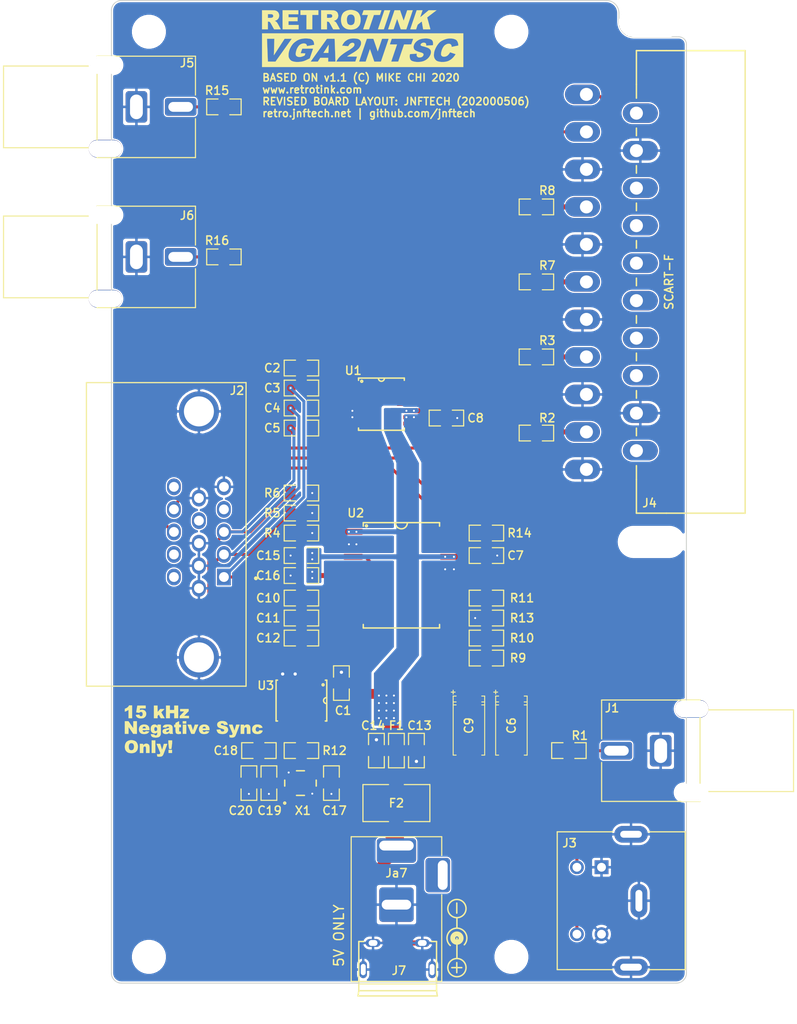
<source format=kicad_pcb>
(kicad_pcb (version 20171130) (host pcbnew "(5.1.5)-3")
  (layers (0 F.Cu signal) (31 B.Cu signal) (34 B.Paste user) (35 F.Paste user) (36 B.SilkS user) (37 F.SilkS user) (38 B.Mask user) (39 F.Mask user) (44 Edge.Cuts user))
  (net 0 "")
  (net 1 VCC)
  (net 2 GND)
  (net 3 "Net-(C2-Pad1)")
  (net 4 "Net-(C2-Pad2)")
  (net 5 /RIN)
  (net 6 "Net-(C3-Pad2)")
  (net 7 /GIN)
  (net 8 "Net-(C4-Pad2)")
  (net 9 /BIN)
  (net 10 "Net-(C5-Pad2)")
  (net 11 "Net-(C6-Pad1)")
  (net 12 /LUMA_OUT)
  (net 13 "Net-(C9-Pad1)")
  (net 14 /CHROMA_OUT)
  (net 15 "Net-(C10-Pad2)")
  (net 16 "Net-(C11-Pad2)")
  (net 17 "Net-(C12-Pad2)")
  (net 18 "Net-(C14-Pad1)")
  (net 19 "Net-(C17-Pad2)")
  (net 20 "Net-(C18-Pad1)")
  (net 21 "Net-(C18-Pad2)")
  (net 22 "Net-(F2-Pad2)")
  (net 23 /CVBS_OUT)
  (net 24 "Net-(J2-Pad15)")
  (net 25 /VS)
  (net 26 /HS)
  (net 27 "Net-(J2-Pad12)")
  (net 28 "Net-(J2-Pad11)")
  (net 29 "Net-(J2-Pad9)")
  (net 30 "Net-(J2-Pad4)")
  (net 31 "Net-(J4-Pad20)")
  (net 32 /CSYNC_OUT)
  (net 33 "Net-(J4-Pad16)")
  (net 34 /ROUT)
  (net 35 "Net-(J4-Pad14)")
  (net 36 "Net-(J4-Pad12)")
  (net 37 /GOUT)
  (net 38 "Net-(J4-Pad10)")
  (net 39 "Net-(J4-Pad8)")
  (net 40 /BOUT)
  (net 41 "Net-(J4-Pad6)")
  (net 42 "Net-(J4-Pad3)")
  (net 43 "Net-(J4-Pad2)")
  (net 44 "Net-(J4-Pad1)")
  (net 45 "Net-(J5-Pad2B)")
  (net 46 "Net-(J6-Pad2B)")
  (net 47 "Net-(J7-Pad2)")
  (net 48 "Net-(J7-Pad3)")
  (net 49 "Net-(Ja7-Pad3)")
  (net 50 "Net-(R1-Pad1)")
  (net 51 "Net-(R3-Pad1)")
  (net 52 "Net-(R7-Pad1)")
  (net 53 "Net-(R8-Pad1)")
  (net 54 "Net-(R9-Pad1)")
  (net 55 "Net-(R10-Pad1)")
  (net 56 "Net-(R11-Pad1)")
  (net 57 "Net-(U1-Pad8)")
  (net 58 "Net-(U1-Pad7)")
  (net 59 "Net-(U2-Pad12)")
  (net 60 /CLOCK)
  (module Symbols:Symbol_Barrel_Polarity (layer F.Cu) (at 164.719 118.872 270)
    (fp_text reference REF** hide)
    (fp_text value Symbol_Barrel_Polarity)
  )
  (module VGA2NTSC:Logo_15khzNegativeSyncOnly (layer F.Cu) (at 137.922 97.79)
    (fp_text reference G*** hide)
    (fp_text value LOGO hide)
  )
  (module VGA2NTSC:Logo_RetroTink_VGA2NTSC (layer F.Cu) (at 155.194 29.972)
    (fp_text reference G*** hide)
    (fp_text value LOGO hide)
  )
  (module VGA2NTSC:Connector_MicroUSB_Amp10118194-0001LF (layer F.Cu) (at 158.623 119.368)
    (fp_text reference J7 hide)
    (fp_text value "Micro USB" hide)
    (pad 7 thru_hole oval (at -2.5 0 90) (size 0.8 1.5) (drill oval 0.6 0.9) (layers *.Cu *.Mask) (net 2 GND))
    (pad 8 thru_hole oval (at 2.5 0 90) (size 0.8 1.5) (drill oval 0.6 0.9) (layers *.Cu *.Mask) (net 2 GND))
    (pad 6 thru_hole oval (at -3.5 2.7 180) (size 0.75 1.75) (drill oval 0.5 1.15) (layers *.Cu *.Mask) (net 2 GND))
    (pad 9 thru_hole oval (at 3.5 2.7 180) (size 0.75 1.75) (drill oval 0.5 1.15) (layers *.Cu *.Mask) (net 2 GND))
    (pad 5 smd rect (at 1.3 0 90) (size 1.5 0.4) (layers F.Cu F.Paste F.Mask) (net 2 GND))
    (pad 1 smd rect (at -1.3 0 90) (size 1.5 0.4) (layers F.Cu F.Paste F.Mask) (net 22 "Net-(F2-Pad2)"))
    (pad 2 smd rect (at -0.65 0 90) (size 1.5 0.4) (layers F.Cu F.Paste F.Mask) (net 47 "Net-(J7-Pad2)"))
    (pad 4 smd rect (at 0.65 0 90) (size 1.5 0.4) (layers F.Cu F.Paste F.Mask) (net 2 GND))
    (pad 3 smd rect (at 0 0 90) (size 1.5 0.4) (layers F.Cu F.Paste F.Mask) (net 48 "Net-(J7-Pad3)"))
  )
  (module VGA2NTSC:CUI_MD-40SM_VGA2NTSC (layer F.Cu) (at 187.834 115.075)
    (fp_text reference J3 hide)
    (fp_text value MD-40SM hide)
    (pad 4 thru_hole circle (at -11 3.4 270) (size 1.408 1.408) (drill 0.9) (layers *.Cu *.Mask) (net 14 /CHROMA_OUT))
    (pad 2 thru_hole circle (at -8.5 3.4 270) (size 1.408 1.408) (drill 0.9) (layers *.Cu *.Mask) (net 2 GND))
    (pad 1 thru_hole rect (at -8.5 -3.4 270) (size 1.408 1.408) (drill 0.9) (layers *.Cu *.Mask) (net 2 GND))
    (pad 3 thru_hole circle (at -11 -3.4 270) (size 1.408 1.408) (drill 0.9) (layers *.Cu *.Mask) (net 12 /LUMA_OUT))
    (pad MH3 thru_hole oval (at -5.5 6.75 270) (size 1.7 3.4) (drill oval 0.7 2.2) (layers *.Cu *.Mask) (net 2 GND))
    (pad MH2 thru_hole oval (at -4.7 0 270) (size 3.4 1.7) (drill oval 2.2 0.7) (layers *.Cu *.Mask) (net 2 GND))
    (pad MH1 thru_hole oval (at -5.5 -6.75 270) (size 1.7 3.4) (drill oval 0.7 2.2) (layers *.Cu *.Mask) (net 2 GND))
  )
  (module VGA2NTSC:AMPHENOL_L77HDE15SD1CH4F_Drill1SizeOval (layer F.Cu) (at 138.43 77.61001 270)
    (fp_text reference J2 hide)
    (fp_text value ~ hide)
    (pad 17 thru_hole oval (at 12.745 0 270) (size 4.066 4.066) (drill 3.05) (layers *.Cu *.Mask) (net 2 GND))
    (pad 16 thru_hole oval (at -12.245 0 270) (size 4.066 4.066) (drill 3.05) (layers *.Cu *.Mask) (net 2 GND))
    (pad 15 thru_hole oval (at -4.58 2.54 270) (size 1.7 1.4) (drill 1) (layers *.Cu *.Mask) (net 24 "Net-(J2-Pad15)"))
    (pad 14 thru_hole oval (at -2.29 2.54 270) (size 1.7 1.4) (drill 1) (layers *.Cu *.Mask) (net 25 /VS))
    (pad 13 thru_hole oval (at 0 2.54 270) (size 1.7 1.4) (drill 1) (layers *.Cu *.Mask) (net 26 /HS))
    (pad 12 thru_hole oval (at 2.29 2.54 270) (size 1.7 1.4) (drill 1) (layers *.Cu *.Mask) (net 27 "Net-(J2-Pad12)"))
    (pad 11 thru_hole oval (at 4.58 2.54 270) (size 1.7 1.4) (drill 1) (layers *.Cu *.Mask) (net 28 "Net-(J2-Pad11)"))
    (pad 10 thru_hole oval (at -3.435 0 270) (size 1.7 1.4) (drill 1) (layers *.Cu *.Mask) (net 2 GND))
    (pad 9 thru_hole oval (at -1.145 0 270) (size 1.7 1.4) (drill 1) (layers *.Cu *.Mask) (net 29 "Net-(J2-Pad9)"))
    (pad 8 thru_hole oval (at 1.145 0 270) (size 1.7 1.4) (drill 1) (layers *.Cu *.Mask) (net 2 GND))
    (pad 7 thru_hole oval (at 3.435 0 270) (size 1.7 1.4) (drill 1) (layers *.Cu *.Mask) (net 2 GND))
    (pad 6 thru_hole oval (at 5.725 0 270) (size 1.7 1.4) (drill 1) (layers *.Cu *.Mask) (net 2 GND))
    (pad 5 thru_hole oval (at -4.58 -2.54 270) (size 1.7 1.4) (drill 1) (layers *.Cu *.Mask) (net 2 GND))
    (pad 4 thru_hole oval (at -2.29 -2.54 270) (size 1.7 1.4) (drill 1) (layers *.Cu *.Mask) (net 30 "Net-(J2-Pad4)"))
    (pad 3 thru_hole oval (at 0 -2.54 270) (size 1.7 1.4) (drill 1) (layers *.Cu *.Mask) (net 9 /BIN))
    (pad 2 thru_hole oval (at 2.29 -2.54 270) (size 1.7 1.4) (drill 1) (layers *.Cu *.Mask) (net 7 /GIN))
    (pad 1 thru_hole rect (at 4.58 -2.54 270) (size 1.7 1.4) (drill 1) (layers *.Cu *.Mask) (net 5 /RIN))
  )
  (module VGA2NTSC:R_0805_1mm (layer F.Cu) (at 148.844 82.042)
    (fp_text reference C16 hide)
    (fp_text value 0.1uF hide)
    (pad 1 smd rect (at -1.1 0) (size 1 1.3) (layers F.Cu F.Paste F.Mask) (net 2 GND))
    (pad 2 smd rect (at 1.1 0) (size 1 1.3) (layers F.Cu F.Paste F.Mask) (net 1 VCC))
  )
  (module VGA2NTSC:CP_Tantalum_Case-C_EIA-6032-28_JFT (layer F.Cu) (at 165.862 97.282 270)
    (fp_text reference C9 hide)
    (fp_text value "Cap 100uF 1210" hide)
    (fp_text user %R (at 0 0 90) (layer F.SilkS) (effects (font (size 0.85 0.85))))
    (pad 1 smd roundrect (at -2.6 0 270) (size 3.1 2.5) (layers F.Cu F.Paste F.Mask) (roundrect_rratio 0.1) (net 13 "Net-(C9-Pad1)"))
    (pad 2 smd roundrect (at 2.6 0 270) (size 3.1 2.5) (layers F.Cu F.Paste F.Mask) (roundrect_rratio 0.1) (net 14 /CHROMA_OUT))
  )
  (module VGA2NTSC:CP_Tantalum_Case-C_EIA-6032-28_JFT (layer F.Cu) (at 170.18 97.282 270)
    (fp_text reference C6 hide)
    (fp_text value "Cap 100uF 1210" hide)
    (fp_text user %R (at 0 0 90) (layer F.SilkS) (effects (font (size 0.85 0.85))))
    (pad 1 smd roundrect (at -2.6 0 270) (size 3.1 2.5) (layers F.Cu F.Paste F.Mask) (roundrect_rratio 0.1) (net 11 "Net-(C6-Pad1)"))
    (pad 2 smd roundrect (at 2.6 0 270) (size 3.1 2.5) (layers F.Cu F.Paste F.Mask) (roundrect_rratio 0.1) (net 12 /LUMA_OUT))
  )
  (module VGA2NTSC:R_1812_1206-JFT (layer F.Cu) (at 158.496 105.156 180)
    (fp_text reference F2 hide)
    (fp_text value "PTC 500mA" hide)
    (pad 1 smd rect (at -2.24 0 180) (size 2 3.5) (layers F.Cu F.Paste F.Mask) (net 18 "Net-(C14-Pad1)"))
    (pad 2 smd rect (at 2.24 0 180) (size 2 3.5) (layers F.Cu F.Paste F.Mask) (net 22 "Net-(F2-Pad2)"))
  )
  (module VGA2NTSC:BARREL_JACK-JFT (layer F.Cu) (at 158.5 109.474 90)
    (fp_text reference Ja7 (at -2.794 0 180) (layer F.SilkS) (effects (font (size 0.85 0.85))))
    (fp_text value Barrel_Jack_Switch)
    (pad 3 thru_hole roundrect (at -3 4.7 90) (size 3.5 2.5) (drill oval 3 1 (offset 0 -0.5)) (layers *.Cu *.Mask) (roundrect_rratio 0.14) (net 49 "Net-(Ja7-Pad3)"))
    (pad 2 thru_hole roundrect (at -6 0 90) (size 3.5 3.5) (drill oval 1 3) (layers *.Cu *.Mask) (roundrect_rratio 0.1) (net 2 GND))
    (pad 1 thru_hole roundrect (at 0 0 90) (size 2.5 4) (drill oval 1 3.5 (offset -0.5 0)) (layers *.Cu *.Mask) (roundrect_rratio 0.14) (net 22 "Net-(F2-Pad2)"))
  )
  (module VGA2NTSC:Crystal_4SMD-NL_3.2mmx2.5mm_HandSolder (layer F.Cu) (at 148.748 103.124 270)
    (fp_text reference X1 hide)
    (fp_text value XTAL hide)
    (pad 3 smd roundrect (at -1.075 -1.2) (size 1.4 1.4) (layers F.Cu F.Mask) (roundrect_rratio 0.2) (net 19 "Net-(C17-Pad2)"))
    (pad 4 smd roundrect (at -1.075 1.2) (size 1.4 1.4) (layers F.Cu F.Mask) (roundrect_rratio 0.2) (net 2 GND))
    (pad 2 smd roundrect (at 1.075 -1.2) (size 1.4 1.4) (layers F.Cu F.Mask) (roundrect_rratio 0.2) (net 2 GND))
    (pad 1 smd rect (at 1.075 1.2) (size 1.4 1.4) (layers F.Cu F.Mask) (net 21 "Net-(C18-Pad2)"))
  )
  (module VGA2NTSC:RCJ-04x (layer F.Cu) (at 132.08 34.43 180)
    (fp_text reference J5 hide)
    (fp_text value "RCA White" hide)
    (pad 2B thru_hole roundrect (at -4.496 0 90) (size 1.8 3.2) (drill oval 1 2.5) (layers *.Cu *.Mask) (roundrect_rratio 0.15) (net 45 "Net-(J5-Pad2B)"))
    (pad 1A thru_hole roundrect (at 0 0 180) (size 2.2 3.2) (drill oval 1.3 2.5) (layers *.Cu *.Mask) (roundrect_rratio 0.15) (net 2 GND))
    (pad "" np_thru_hole oval (at 3.15 -4.25 180) (size 3.4 1.8) (drill oval 3.4 1.7) (layers *.Cu *.Mask))
    (pad "" np_thru_hole oval (at 3.15 4.25 180) (size 3.4 1.8) (drill oval 3.4 1.8) (layers *.Cu *.Mask))
  )
  (module VGA2NTSC:RCJ-04x (layer F.Cu) (at 132.08 49.67 180)
    (fp_text reference J6 hide)
    (fp_text value "RCA Red" hide)
    (pad 2B thru_hole roundrect (at -4.496 0 90) (size 1.8 3.2) (drill oval 1 2.5) (layers *.Cu *.Mask) (roundrect_rratio 0.15) (net 46 "Net-(J6-Pad2B)"))
    (pad 1A thru_hole roundrect (at 0 0 180) (size 2.2 3.2) (drill oval 1.3 2.5) (layers *.Cu *.Mask) (roundrect_rratio 0.15) (net 2 GND))
    (pad "" np_thru_hole oval (at 3.15 -4.25 180) (size 3.4 1.8) (drill oval 3.4 1.7) (layers *.Cu *.Mask))
    (pad "" np_thru_hole oval (at 3.15 4.25 180) (size 3.4 1.8) (drill oval 3.4 1.8) (layers *.Cu *.Mask))
  )
  (module VGA2NTSC:RCJ-04x (layer F.Cu) (at 185.344 99.835)
    (fp_text reference J1 hide)
    (fp_text value "RCA Yellow" hide)
    (pad 2B thru_hole roundrect (at -4.496 0 270) (size 1.8 3.2) (drill oval 1 2.5) (layers *.Cu *.Mask) (roundrect_rratio 0.15) (net 23 /CVBS_OUT))
    (pad 1A thru_hole roundrect (at 0 0) (size 2.2 3.2) (drill oval 1.3 2.5) (layers *.Cu *.Mask) (roundrect_rratio 0.15) (net 2 GND))
    (pad "" np_thru_hole oval (at 3.15 -4.25) (size 3.4 1.8) (drill oval 3.4 1.7) (layers *.Cu *.Mask))
    (pad "" np_thru_hole oval (at 3.15 4.25) (size 3.4 1.8) (drill oval 3.4 1.8) (layers *.Cu *.Mask))
  )
  (module VGA2NTSC:SCART-F-RA-Pin11centerNPTH (layer F.Cu) (at 177.8 52.21 90)
    (fp_text reference J4 hide)
    (fp_text value "SCART Female" hide)
    (fp_text user SCART-F (at 0 8.89 90) (layer F.SilkS) (effects (font (size 0.85 0.85)) (justify bottom)))
    (pad "" np_thru_hole oval (at -26.416 6.6 90) (size 3.0226 6.58) (drill oval 3.0226 6.58) (layers *.Cu *.Mask))
    (pad "" np_thru_hole oval (at 26.416 6.6 90) (size 3.0226 6.58) (drill oval 3.0226 6.58) (layers *.Cu *.Mask))
    (pad 21 thru_hole oval (at -19.05 0 180) (size 3.5624 1.9812) (drill 1.3208 (offset 0.4 0)) (layers *.Cu *.Mask) (net 2 GND))
    (pad 20 thru_hole oval (at -17.145 5.08 180) (size 3.5624 1.9812) (drill 1.3208 (offset -0.4 0)) (layers *.Cu *.Mask) (net 31 "Net-(J4-Pad20)"))
    (pad 19 thru_hole oval (at -15.24 0 180) (size 3.5624 1.9812) (drill 1.3208 (offset 0.4 0)) (layers *.Cu *.Mask) (net 32 /CSYNC_OUT))
    (pad 18 thru_hole oval (at -13.335 5.08 180) (size 3.5624 1.9812) (drill 1.3208 (offset -0.4 0)) (layers *.Cu *.Mask) (net 2 GND))
    (pad 17 thru_hole oval (at -11.43 0 180) (size 3.5624 1.9812) (drill 1.3208 (offset 0.4 0)) (layers *.Cu *.Mask) (net 2 GND))
    (pad 16 thru_hole oval (at -9.525 5.08 180) (size 3.5624 1.9812) (drill 1.3208 (offset -0.4 0)) (layers *.Cu *.Mask) (net 33 "Net-(J4-Pad16)"))
    (pad 15 thru_hole oval (at -7.62 0 180) (size 3.5624 1.9812) (drill 1.3208 (offset 0.4 0)) (layers *.Cu *.Mask) (net 34 /ROUT))
    (pad 14 thru_hole oval (at -5.715 5.08 180) (size 3.5624 1.9812) (drill 1.3208 (offset -0.4 0)) (layers *.Cu *.Mask) (net 35 "Net-(J4-Pad14)"))
    (pad 13 thru_hole oval (at -3.81 0 180) (size 3.5624 1.9812) (drill 1.3208 (offset 0.4 0)) (layers *.Cu *.Mask) (net 2 GND))
    (pad 12 thru_hole oval (at -1.905 5.08 180) (size 3.5624 1.9812) (drill 1.3208 (offset -0.4 0)) (layers *.Cu *.Mask) (net 36 "Net-(J4-Pad12)"))
    (pad 11 thru_hole oval (at 0 0 180) (size 3.5624 1.9812) (drill 1.3208 (offset 0.4 0)) (layers *.Cu *.Mask) (net 37 /GOUT))
    (pad 10 thru_hole oval (at 1.905 5.08 180) (size 3.5624 1.9812) (drill 1.3208 (offset -0.4 0)) (layers *.Cu *.Mask) (net 38 "Net-(J4-Pad10)"))
    (pad 9 thru_hole oval (at 3.81 0 180) (size 3.5624 1.9812) (drill 1.3208 (offset 0.4 0)) (layers *.Cu *.Mask) (net 2 GND))
    (pad 8 thru_hole oval (at 5.715 5.08 180) (size 3.5624 1.9812) (drill 1.3208 (offset -0.4 0)) (layers *.Cu *.Mask) (net 39 "Net-(J4-Pad8)"))
    (pad 7 thru_hole oval (at 7.62 0 180) (size 3.5624 1.9812) (drill 1.3208 (offset 0.4 0)) (layers *.Cu *.Mask) (net 40 /BOUT))
    (pad 6 thru_hole oval (at 9.525 5.08 180) (size 3.5624 1.9812) (drill 1.3208 (offset -0.4 0)) (layers *.Cu *.Mask) (net 41 "Net-(J4-Pad6)"))
    (pad 5 thru_hole oval (at 11.43 0 180) (size 3.5624 1.9812) (drill 1.3208 (offset 0.4 0)) (layers *.Cu *.Mask) (net 2 GND))
    (pad 4 thru_hole oval (at 13.335 5.08 180) (size 3.5624 1.9812) (drill 1.3208 (offset -0.4 0)) (layers *.Cu *.Mask) (net 2 GND))
    (pad 3 thru_hole oval (at 15.24 0 180) (size 3.5624 1.9812) (drill 1.3208 (offset 0.4 0)) (layers *.Cu *.Mask) (net 42 "Net-(J4-Pad3)"))
    (pad 2 thru_hole oval (at 17.145 5.08 180) (size 3.5624 1.9812) (drill 1.3208 (offset -0.4 0)) (layers *.Cu *.Mask) (net 43 "Net-(J4-Pad2)"))
    (pad 1 thru_hole oval (at 19.05 0 180) (size 3.5624 1.9812) (drill 1.3208 (offset 0.4 0)) (layers *.Cu *.Mask) (net 44 "Net-(J4-Pad1)"))
  )
  (module VGA2NTSC:MountingHole_3.2mm_M3_NPTH (layer F.Cu) (at 133.35 120.777)
    (fp_text reference REF** hide)
    (fp_text value MountingHole_3.2mm_M3_NPTH)
    (pad "" np_thru_hole circle (at 0 0) (size 3.2 3.2) (drill 3.2) (layers *.Cu *.Mask))
  )
  (module VGA2NTSC:MountingHole_3.2mm_M3_NPTH (layer F.Cu) (at 170.18 120.777)
    (fp_text reference REF** hide)
    (fp_text value MountingHole_3.2mm_M3_NPTH)
    (pad "" np_thru_hole circle (at 0 0) (size 3.2 3.2) (drill 3.2) (layers *.Cu *.Mask))
  )
  (module VGA2NTSC:MountingHole_3.2mm_M3_NPTH (layer F.Cu) (at 170.18 26.797)
    (fp_text reference REF** hide)
    (fp_text value MountingHole_3.2mm_M3_NPTH)
    (pad "" np_thru_hole circle (at 0 0) (size 3.2 3.2) (drill 3.2) (layers *.Cu *.Mask))
  )
  (module VGA2NTSC:MountingHole_3.2mm_M3_NPTH (layer F.Cu) (at 133.35 26.797)
    (fp_text reference REF** hide)
    (fp_text value MountingHole_3.2mm_M3_NPTH)
    (pad "" np_thru_hole circle (at 0 0) (size 3.2 3.2) (drill 3.2) (layers *.Cu *.Mask))
  )
  (module VGA2NTSC:R_0805_1mm (layer F.Cu) (at 148.844 80.01 180)
    (fp_text reference C15 hide)
    (fp_text value 10uF hide)
    (pad 1 smd rect (at -1.1 0 180) (size 1 1.3) (layers F.Cu F.Paste F.Mask) (net 1 VCC))
    (pad 2 smd rect (at 1.1 0 180) (size 1 1.3) (layers F.Cu F.Paste F.Mask) (net 2 GND))
  )
  (module VGA2NTSC:R_0805_1mm (layer F.Cu) (at 156.464 99.822 90)
    (fp_text reference C14 hide)
    (fp_text value "Cap 10uF 0603" hide)
    (pad 1 smd rect (at -1.1 0 90) (size 1 1.3) (layers F.Cu F.Paste F.Mask) (net 18 "Net-(C14-Pad1)"))
    (pad 2 smd rect (at 1.1 0 90) (size 1 1.3) (layers F.Cu F.Paste F.Mask) (net 2 GND))
  )
  (module VGA2NTSC:R_0805_1mm (layer F.Cu) (at 160.528 99.822 270)
    (fp_text reference C13 hide)
    (fp_text value "Cap 10uF 0603" hide)
    (pad 1 smd rect (at -1.1 0 270) (size 1 1.3) (layers F.Cu F.Paste F.Mask) (net 1 VCC))
    (pad 2 smd rect (at 1.1 0 270) (size 1 1.3) (layers F.Cu F.Paste F.Mask) (net 2 GND))
  )
  (module VGA2NTSC:R_0805_1mm (layer F.Cu) (at 143.51 103.124 90)
    (fp_text reference C20 hide)
    (fp_text value 47pF hide)
    (pad 1 smd rect (at -1.1 0 90) (size 1 1.3) (layers F.Cu F.Paste F.Mask) (net 2 GND))
    (pad 2 smd rect (at 1.1 0 90) (size 1 1.3) (layers F.Cu F.Paste F.Mask) (net 21 "Net-(C18-Pad2)"))
  )
  (module VGA2NTSC:R_0805_1mm (layer F.Cu) (at 145.542 103.124 90)
    (fp_text reference C19 hide)
    (fp_text value 47pF hide)
    (pad 1 smd rect (at -1.1 0 90) (size 1 1.3) (layers F.Cu F.Paste F.Mask) (net 2 GND))
    (pad 2 smd rect (at 1.1 0 90) (size 1 1.3) (layers F.Cu F.Paste F.Mask) (net 21 "Net-(C18-Pad2)"))
  )
  (module VGA2NTSC:R_0805_1mm (layer F.Cu) (at 144.526 99.822 180)
    (fp_text reference C18 hide)
    (fp_text value 47pF hide)
    (pad 1 smd rect (at -1.1 0 180) (size 1 1.3) (layers F.Cu F.Paste F.Mask) (net 20 "Net-(C18-Pad1)"))
    (pad 2 smd rect (at 1.1 0 180) (size 1 1.3) (layers F.Cu F.Paste F.Mask) (net 21 "Net-(C18-Pad2)"))
  )
  (module VGA2NTSC:R_0805_1mm (layer F.Cu) (at 151.892 103.124 90)
    (fp_text reference C17 hide)
    (fp_text value 18pF hide)
    (pad 1 smd rect (at -1.1 0 90) (size 1 1.3) (layers F.Cu F.Paste F.Mask) (net 2 GND))
    (pad 2 smd rect (at 1.1 0 90) (size 1 1.3) (layers F.Cu F.Paste F.Mask) (net 19 "Net-(C17-Pad2)"))
  )
  (module VGA2NTSC:R_0805_1mm (layer F.Cu) (at 158.496 99.822 270)
    (fp_text reference F1 hide)
    (fp_text value "Ferrite Bead" hide)
    (pad 1 smd rect (at -1.1 0 270) (size 1 1.3) (layers F.Cu F.Paste F.Mask) (net 1 VCC))
    (pad 2 smd rect (at 1.1 0 270) (size 1 1.3) (layers F.Cu F.Paste F.Mask) (net 18 "Net-(C14-Pad1)"))
  )
  (module VGA2NTSC:R_0805_1mm (layer F.Cu) (at 148.844 88.392)
    (fp_text reference C12 hide)
    (fp_text value 0.1uF hide)
    (pad 1 smd rect (at -1.1 0) (size 1 1.3) (layers F.Cu F.Paste F.Mask) (net 9 /BIN))
    (pad 2 smd rect (at 1.1 0) (size 1 1.3) (layers F.Cu F.Paste F.Mask) (net 17 "Net-(C12-Pad2)"))
  )
  (module VGA2NTSC:R_0805_1mm (layer F.Cu) (at 148.844 86.36)
    (fp_text reference C11 hide)
    (fp_text value 0.1uF hide)
    (pad 1 smd rect (at -1.1 0) (size 1 1.3) (layers F.Cu F.Paste F.Mask) (net 7 /GIN))
    (pad 2 smd rect (at 1.1 0) (size 1 1.3) (layers F.Cu F.Paste F.Mask) (net 16 "Net-(C11-Pad2)"))
  )
  (module VGA2NTSC:R_0805_1mm (layer F.Cu) (at 148.844 84.328)
    (fp_text reference C10 hide)
    (fp_text value 0.1uF hide)
    (pad 1 smd rect (at -1.1 0) (size 1 1.3) (layers F.Cu F.Paste F.Mask) (net 5 /RIN))
    (pad 2 smd rect (at 1.1 0) (size 1 1.3) (layers F.Cu F.Paste F.Mask) (net 15 "Net-(C10-Pad2)"))
  )
  (module VGA2NTSC:R_0805_1mm (layer F.Cu) (at 163.576 66.04 180)
    (fp_text reference C8 hide)
    (fp_text value 0.1uF hide)
    (pad 1 smd rect (at -1.1 0 180) (size 1 1.3) (layers F.Cu F.Paste F.Mask) (net 2 GND))
    (pad 2 smd rect (at 1.1 0 180) (size 1 1.3) (layers F.Cu F.Paste F.Mask) (net 1 VCC))
  )
  (module VGA2NTSC:R_0805_1mm (layer F.Cu) (at 167.64 80.01 180)
    (fp_text reference C7 hide)
    (fp_text value 0.1uF hide)
    (pad 1 smd rect (at -1.1 0 180) (size 1 1.3) (layers F.Cu F.Paste F.Mask) (net 2 GND))
    (pad 2 smd rect (at 1.1 0 180) (size 1 1.3) (layers F.Cu F.Paste F.Mask) (net 1 VCC))
  )
  (module VGA2NTSC:R_0805_1mm (layer F.Cu) (at 148.844 67.056)
    (fp_text reference C5 hide)
    (fp_text value 0.1uF hide)
    (pad 1 smd rect (at -1.1 0) (size 1 1.3) (layers F.Cu F.Paste F.Mask) (net 9 /BIN))
    (pad 2 smd rect (at 1.1 0) (size 1 1.3) (layers F.Cu F.Paste F.Mask) (net 10 "Net-(C5-Pad2)"))
  )
  (module VGA2NTSC:R_0805_1mm (layer F.Cu) (at 148.844 65.024)
    (fp_text reference C4 hide)
    (fp_text value 0.1uF hide)
    (pad 1 smd rect (at -1.1 0) (size 1 1.3) (layers F.Cu F.Paste F.Mask) (net 7 /GIN))
    (pad 2 smd rect (at 1.1 0) (size 1 1.3) (layers F.Cu F.Paste F.Mask) (net 8 "Net-(C4-Pad2)"))
  )
  (module VGA2NTSC:R_0805_1mm (layer F.Cu) (at 148.844 62.992)
    (fp_text reference C3 hide)
    (fp_text value 0.1uF hide)
    (pad 1 smd rect (at -1.1 0) (size 1 1.3) (layers F.Cu F.Paste F.Mask) (net 5 /RIN))
    (pad 2 smd rect (at 1.1 0) (size 1 1.3) (layers F.Cu F.Paste F.Mask) (net 6 "Net-(C3-Pad2)"))
  )
  (module VGA2NTSC:R_0805_1mm (layer F.Cu) (at 148.844 60.96)
    (fp_text reference C2 hide)
    (fp_text value 0.1uF hide)
    (pad 1 smd rect (at -1.1 0) (size 1 1.3) (layers F.Cu F.Paste F.Mask) (net 3 "Net-(C2-Pad1)"))
    (pad 2 smd rect (at 1.1 0) (size 1 1.3) (layers F.Cu F.Paste F.Mask) (net 4 "Net-(C2-Pad2)"))
  )
  (module VGA2NTSC:R_0805_1mm (layer F.Cu) (at 152.908 92.964 270)
    (fp_text reference C1 hide)
    (fp_text value 0.1uF hide)
    (pad 1 smd rect (at -1.1 0 270) (size 1 1.3) (layers F.Cu F.Paste F.Mask) (net 2 GND))
    (pad 2 smd rect (at 1.1 0 270) (size 1 1.3) (layers F.Cu F.Paste F.Mask) (net 1 VCC))
  )
  (module VGA2NTSC:R_0805_1mm (layer F.Cu) (at 167.64 77.724 180)
    (fp_text reference R14 hide)
    (fp_text value 4.7k hide)
    (pad 1 smd rect (at -1.1 0 180) (size 1 1.3) (layers F.Cu F.Paste F.Mask) (net 1 VCC))
    (pad 2 smd rect (at 1.1 0 180) (size 1 1.3) (layers F.Cu F.Paste F.Mask) (net 25 /VS))
  )
  (module VGA2NTSC:R_0805_1mm (layer F.Cu) (at 167.64 86.36 180)
    (fp_text reference R13 hide)
    (fp_text value "Res 1k 0402" hide)
    (pad 1 smd rect (at -1.1 0 180) (size 1 1.3) (layers F.Cu F.Paste F.Mask) (net 3 "Net-(C2-Pad1)"))
    (pad 2 smd rect (at 1.1 0 180) (size 1 1.3) (layers F.Cu F.Paste F.Mask) (net 2 GND))
  )
  (module VGA2NTSC:R_0805_1mm (layer F.Cu) (at 148.844 99.822 180)
    (fp_text reference R12 hide)
    (fp_text value "Res 1M 0402" hide)
    (pad 1 smd rect (at -1.1 0 180) (size 1 1.3) (layers F.Cu F.Paste F.Mask) (net 19 "Net-(C17-Pad2)"))
    (pad 2 smd rect (at 1.1 0 180) (size 1 1.3) (layers F.Cu F.Paste F.Mask) (net 20 "Net-(C18-Pad1)"))
  )
  (module VGA2NTSC:R_0805_1mm (layer F.Cu) (at 167.64 84.328)
    (fp_text reference R11 hide)
    (fp_text value "Res 1k 0402" hide)
    (pad 1 smd rect (at -1.1 0) (size 1 1.3) (layers F.Cu F.Paste F.Mask) (net 56 "Net-(R11-Pad1)"))
    (pad 2 smd rect (at 1.1 0) (size 1 1.3) (layers F.Cu F.Paste F.Mask) (net 3 "Net-(C2-Pad1)"))
  )
  (module VGA2NTSC:R_0805_1mm (layer F.Cu) (at 167.64 88.392)
    (fp_text reference R10 hide)
    (fp_text value 75 hide)
    (pad 1 smd rect (at -1.1 0) (size 1 1.3) (layers F.Cu F.Paste F.Mask) (net 55 "Net-(R10-Pad1)"))
    (pad 2 smd rect (at 1.1 0) (size 1 1.3) (layers F.Cu F.Paste F.Mask) (net 13 "Net-(C9-Pad1)"))
  )
  (module VGA2NTSC:R_0805_1mm (layer F.Cu) (at 167.64 90.424)
    (fp_text reference R9 hide)
    (fp_text value 75 hide)
    (pad 1 smd rect (at -1.1 0) (size 1 1.3) (layers F.Cu F.Paste F.Mask) (net 54 "Net-(R9-Pad1)"))
    (pad 2 smd rect (at 1.1 0) (size 1 1.3) (layers F.Cu F.Paste F.Mask) (net 11 "Net-(C6-Pad1)"))
  )
  (module VGA2NTSC:R_0805_1mm (layer F.Cu) (at 172.72 44.59)
    (fp_text reference R8 hide)
    (fp_text value 75 hide)
    (pad 1 smd rect (at -1.1 0) (size 1 1.3) (layers F.Cu F.Paste F.Mask) (net 53 "Net-(R8-Pad1)"))
    (pad 2 smd rect (at 1.1 0) (size 1 1.3) (layers F.Cu F.Paste F.Mask) (net 40 /BOUT))
  )
  (module VGA2NTSC:R_0805_1mm (layer F.Cu) (at 172.72 52.21)
    (fp_text reference R7 hide)
    (fp_text value 75 hide)
    (pad 1 smd rect (at -1.1 0) (size 1 1.3) (layers F.Cu F.Paste F.Mask) (net 52 "Net-(R7-Pad1)"))
    (pad 2 smd rect (at 1.1 0) (size 1 1.3) (layers F.Cu F.Paste F.Mask) (net 37 /GOUT))
  )
  (module VGA2NTSC:R_0805_1mm (layer F.Cu) (at 148.844 73.66)
    (fp_text reference R6 hide)
    (fp_text value 75 hide)
    (pad 1 smd rect (at -1.1 0) (size 1 1.3) (layers F.Cu F.Paste F.Mask) (net 9 /BIN))
    (pad 2 smd rect (at 1.1 0) (size 1 1.3) (layers F.Cu F.Paste F.Mask) (net 2 GND))
  )
  (module VGA2NTSC:R_0805_1mm (layer F.Cu) (at 148.844 75.692)
    (fp_text reference R5 hide)
    (fp_text value 75 hide)
    (pad 1 smd rect (at -1.1 0) (size 1 1.3) (layers F.Cu F.Paste F.Mask) (net 7 /GIN))
    (pad 2 smd rect (at 1.1 0) (size 1 1.3) (layers F.Cu F.Paste F.Mask) (net 2 GND))
  )
  (module VGA2NTSC:R_0805_1mm (layer F.Cu) (at 140.97 49.67 180)
    (fp_text reference R16 hide)
    (fp_text value 49.9 hide)
    (pad 1 smd rect (at -1.1 0 180) (size 1 1.3) (layers F.Cu F.Paste F.Mask) (net 44 "Net-(J4-Pad1)"))
    (pad 2 smd rect (at 1.1 0 180) (size 1 1.3) (layers F.Cu F.Paste F.Mask) (net 46 "Net-(J6-Pad2B)"))
  )
  (module VGA2NTSC:R_0805_1mm (layer F.Cu) (at 140.97 34.43 180)
    (fp_text reference R15 hide)
    (fp_text value 49.9 hide)
    (pad 1 smd rect (at -1.1 0 180) (size 1 1.3) (layers F.Cu F.Paste F.Mask) (net 42 "Net-(J4-Pad3)"))
    (pad 2 smd rect (at 1.1 0 180) (size 1 1.3) (layers F.Cu F.Paste F.Mask) (net 45 "Net-(J5-Pad2B)"))
  )
  (module VGA2NTSC:R_0805_1mm (layer F.Cu) (at 148.844 77.724)
    (fp_text reference R4 hide)
    (fp_text value 75 hide)
    (pad 1 smd rect (at -1.1 0) (size 1 1.3) (layers F.Cu F.Paste F.Mask) (net 5 /RIN))
    (pad 2 smd rect (at 1.1 0) (size 1 1.3) (layers F.Cu F.Paste F.Mask) (net 2 GND))
  )
  (module VGA2NTSC:R_0805_1mm (layer F.Cu) (at 172.72 59.83)
    (fp_text reference R3 hide)
    (fp_text value 75 hide)
    (pad 1 smd rect (at -1.1 0) (size 1 1.3) (layers F.Cu F.Paste F.Mask) (net 51 "Net-(R3-Pad1)"))
    (pad 2 smd rect (at 1.1 0) (size 1 1.3) (layers F.Cu F.Paste F.Mask) (net 34 /ROUT))
  )
  (module VGA2NTSC:R_0805_1mm (layer F.Cu) (at 172.72 67.564)
    (fp_text reference R2 hide)
    (fp_text value 75 hide)
    (pad 1 smd rect (at -1.1 0) (size 1 1.3) (layers F.Cu F.Paste F.Mask) (net 50 "Net-(R1-Pad1)"))
    (pad 2 smd rect (at 1.1 0) (size 1 1.3) (layers F.Cu F.Paste F.Mask) (net 32 /CSYNC_OUT))
  )
  (module VGA2NTSC:R_0805_1mm (layer F.Cu) (at 176.022 99.822)
    (fp_text reference R1 hide)
    (fp_text value 75 hide)
    (pad 1 smd rect (at -1.1 0) (size 1 1.3) (layers F.Cu F.Paste F.Mask) (net 50 "Net-(R1-Pad1)"))
    (pad 2 smd rect (at 1.1 0) (size 1 1.3) (layers F.Cu F.Paste F.Mask) (net 23 /CVBS_OUT))
  )
  (module VGA2NTSC:TSSOP-14_4.4x5mm_Pitch0.65mm-JFT (layer F.Cu) (at 156.972 64.656)
    (fp_text reference U1 hide)
    (fp_text value "Video Buffer")
    (pad 1 smd roundrect (at -2.95 -1.95) (size 1.45 0.45) (layers F.Cu F.Paste F.Mask) (roundrect_rratio 0.2) (net 4 "Net-(C2-Pad2)"))
    (pad 2 smd roundrect (at -2.95 -1.3) (size 1.45 0.45) (layers F.Cu F.Paste F.Mask) (roundrect_rratio 0.2) (net 6 "Net-(C3-Pad2)"))
    (pad 3 smd roundrect (at -2.95 -0.65) (size 1.45 0.45) (layers F.Cu F.Paste F.Mask) (roundrect_rratio 0.2) (net 8 "Net-(C4-Pad2)"))
    (pad 4 smd roundrect (at -2.95 0) (size 1.45 0.45) (layers F.Cu F.Paste F.Mask) (roundrect_rratio 0.2) (net 10 "Net-(C5-Pad2)"))
    (pad 5 smd roundrect (at -2.95 0.65) (size 1.45 0.45) (layers F.Cu F.Paste F.Mask) (roundrect_rratio 0.2) (net 2 GND))
    (pad 6 smd roundrect (at -2.95 1.3) (size 1.45 0.45) (layers F.Cu F.Paste F.Mask) (roundrect_rratio 0.2) (net 2 GND))
    (pad 7 smd roundrect (at -2.95 1.95) (size 1.45 0.45) (layers F.Cu F.Paste F.Mask) (roundrect_rratio 0.2) (net 58 "Net-(U1-Pad7)"))
    (pad 8 smd roundrect (at 2.95 1.95) (size 1.45 0.45) (layers F.Cu F.Paste F.Mask) (roundrect_rratio 0.2) (net 57 "Net-(U1-Pad8)"))
    (pad 9 smd roundrect (at 2.95 1.3) (size 1.45 0.45) (layers F.Cu F.Paste F.Mask) (roundrect_rratio 0.2) (net 2 GND))
    (pad 10 smd roundrect (at 2.95 0.65) (size 1.45 0.45) (layers F.Cu F.Paste F.Mask) (roundrect_rratio 0.2) (net 1 VCC))
    (pad 11 smd roundrect (at 2.95 0) (size 1.45 0.45) (layers F.Cu F.Paste F.Mask) (roundrect_rratio 0.2) (net 53 "Net-(R8-Pad1)"))
    (pad 12 smd roundrect (at 2.95 -0.65) (size 1.45 0.45) (layers F.Cu F.Paste F.Mask) (roundrect_rratio 0.2) (net 52 "Net-(R7-Pad1)"))
    (pad 13 smd roundrect (at 2.95 -1.3) (size 1.45 0.45) (layers F.Cu F.Paste F.Mask) (roundrect_rratio 0.2) (net 51 "Net-(R3-Pad1)"))
    (pad 14 smd roundrect (at 2.95 -1.95) (size 1.45 0.45) (layers F.Cu F.Paste F.Mask) (roundrect_rratio 0.2) (net 50 "Net-(R1-Pad1)"))
  )
  (module VGA2NTSC:SOIC-16W_7.5x10.3mm_Pitch1.27mm_HS (layer F.Cu) (at 159.004 82.042)
    (fp_text reference U2 hide)
    (fp_text value Encoder)
    (pad 16 smd roundrect (at 4.9 -4.445) (size 2 0.6) (layers F.Cu F.Paste F.Mask) (roundrect_rratio 0.2) (net 26 /HS))
    (pad 15 smd roundrect (at 4.9 -3.175) (size 2 0.6) (layers F.Cu F.Paste F.Mask) (roundrect_rratio 0.2) (net 25 /VS))
    (pad 14 smd roundrect (at 4.9 -1.905) (size 2 0.6) (layers F.Cu F.Paste F.Mask) (roundrect_rratio 0.2) (net 1 VCC))
    (pad 13 smd roundrect (at 4.9 -0.635) (size 2 0.6) (layers F.Cu F.Paste F.Mask) (roundrect_rratio 0.2) (net 2 GND))
    (pad 12 smd roundrect (at 4.9 0.635) (size 2 0.6) (layers F.Cu F.Paste F.Mask) (roundrect_rratio 0.2) (net 59 "Net-(U2-Pad12)"))
    (pad 11 smd roundrect (at 4.9 1.905) (size 2 0.6) (layers F.Cu F.Paste F.Mask) (roundrect_rratio 0.2) (net 54 "Net-(R9-Pad1)"))
    (pad 10 smd roundrect (at 4.9 3.175) (size 2 0.6) (layers F.Cu F.Paste F.Mask) (roundrect_rratio 0.2) (net 56 "Net-(R11-Pad1)"))
    (pad 9 smd roundrect (at 4.9 4.445) (size 2 0.6) (layers F.Cu F.Paste F.Mask) (roundrect_rratio 0.2) (net 55 "Net-(R10-Pad1)"))
    (pad 8 smd roundrect (at -4.9 4.445) (size 2 0.6) (layers F.Cu F.Paste F.Mask) (roundrect_rratio 0.2) (net 17 "Net-(C12-Pad2)"))
    (pad 7 smd roundrect (at -4.9 3.175) (size 2 0.6) (layers F.Cu F.Paste F.Mask) (roundrect_rratio 0.2) (net 16 "Net-(C11-Pad2)"))
    (pad 6 smd roundrect (at -4.9 1.905) (size 2 0.6) (layers F.Cu F.Paste F.Mask) (roundrect_rratio 0.2) (net 15 "Net-(C10-Pad2)"))
    (pad 5 smd roundrect (at -4.9 0.635) (size 2 0.6) (layers F.Cu F.Paste F.Mask) (roundrect_rratio 0.2) (net 1 VCC))
    (pad 4 smd roundrect (at -4.9 -0.635) (size 2 0.6) (layers F.Cu F.Paste F.Mask) (roundrect_rratio 0.2) (net 1 VCC))
    (pad 3 smd roundrect (at -4.9 -1.905) (size 2 0.6) (layers F.Cu F.Paste F.Mask) (roundrect_rratio 0.2) (net 60 /CLOCK))
    (pad 2 smd roundrect (at -4.9 -3.175) (size 2 0.6) (layers F.Cu F.Paste F.Mask) (roundrect_rratio 0.2) (net 2 GND))
    (pad 1 smd roundrect (at -4.9 -4.445) (size 2 0.6) (layers F.Cu F.Paste F.Mask) (roundrect_rratio 0.2) (net 1 VCC))
  )
  (module VGA2NTSC:SOIC-8_3.9x4.9mm_Pitch1.27mm-JFT (layer F.Cu) (at 148.844 94.742 270)
    (fp_text reference U3 hide)
    (fp_text value OSC/DIV)
    (pad 8 smd roundrect (at 2.7 -1.905 270) (size 1.55 0.6) (layers F.Cu F.Paste F.Mask) (roundrect_rratio 0.2) (net 1 VCC))
    (pad 7 smd roundrect (at 2.7 -0.635 270) (size 1.55 0.6) (layers F.Cu F.Paste F.Mask) (roundrect_rratio 0.2) (net 19 "Net-(C17-Pad2)"))
    (pad 6 smd roundrect (at 2.7 0.635 270) (size 1.55 0.6) (layers F.Cu F.Paste F.Mask) (roundrect_rratio 0.2) (net 20 "Net-(C18-Pad1)"))
    (pad 5 smd roundrect (at 2.7 1.905 270) (size 1.55 0.6) (layers F.Cu F.Paste F.Mask) (roundrect_rratio 0.2) (net 1 VCC))
    (pad 4 smd roundrect (at -2.7 1.905 270) (size 1.55 0.6) (layers F.Cu F.Paste F.Mask) (roundrect_rratio 0.2) (net 2 GND))
    (pad 3 smd roundrect (at -2.7 0.635 270) (size 1.55 0.6) (layers F.Cu F.Paste F.Mask) (roundrect_rratio 0.2) (net 2 GND))
    (pad 2 smd roundrect (at -2.7 -0.635 270) (size 1.55 0.6) (layers F.Cu F.Paste F.Mask) (roundrect_rratio 0.2) (net 1 VCC))
    (pad 1 smd roundrect (at -2.7 -1.905 270) (size 1.55 0.6) (layers F.Cu F.Paste F.Mask) (roundrect_rratio 0.2) (net 60 /CLOCK))
  )
  (gr_text "5V ONLY" (at 152.654 118.618 90) (layer F.SilkS) (effects (font (size 1 1))))
  (gr_line (start 164.629 116.332) (end 164.629 115.316) (layer F.SilkS) (width 0.15))
  (gr_line (start 164.629 121.364) (end 164.629 122.38) (layer F.SilkS) (width 0.15))
  (gr_line (start 164.121 121.872) (end 165.137 121.872) (layer F.SilkS) (width 0.15))
  (gr_text "BASED ON v1.1 (C) MIKE CHI 2020\nwww.retrotink.com\nREVISED BOARD LAYOUT: JNFTECH (202000506)\nretro.jnftech.net | github.com/jnftech" (at 144.78 33.274) (layer F.SilkS) (effects (font (size 0.75 0.75)) (justify left)))
  (gr_arc (start 182.626 25.794) (end 181.102 25.794) (angle -90) (layer Edge.Cuts) (width 0.1))
  (gr_arc (start 186.944 122.428) (end 186.944 123.444) (angle -90) (layer Edge.Cuts) (width 0.1))
  (gr_arc (start 130.556 122.428) (end 129.54 122.428) (angle -90) (layer Edge.Cuts) (width 0.1))
  (gr_arc (start 130.556 24.638) (end 130.556 23.622) (angle -90) (layer Edge.Cuts) (width 0.1))
  (gr_line (start 182.626 27.318) (end 187.198 27.318) (layer Edge.Cuts) (width 0.1))
  (gr_line (start 181.102 24.892) (end 181.102 25.794) (layer Edge.Cuts) (width 0.1))
  (gr_arc (start 187.198 28.08) (end 187.96 28.08) (angle -90) (layer Edge.Cuts) (width 0.1))
  (gr_arc (start 179.832 24.892) (end 181.102 24.892) (angle -90) (layer Edge.Cuts) (width 0.1))
  (gr_line (start 187.96 122.428) (end 187.96 28.08) (layer Edge.Cuts) (width 0.1))
  (gr_line (start 130.556 123.444) (end 186.944 123.444) (layer Edge.Cuts) (width 0.1))
  (gr_line (start 129.54 24.638) (end 129.54 122.428) (layer Edge.Cuts) (width 0.1))
  (gr_line (start 130.556 23.622) (end 179.832 23.622) (layer Edge.Cuts) (width 0.1))
  (gr_text "" (at 144.78 33.98) (layer F.SilkS) (effects (font (size 2.032 2.032) (thickness 0.1)) (justify left)))
  (gr_text C20 (at 144.018 105.918) (layer F.SilkS) (effects (font (size 0.85 0.85)) (justify right)))
  (gr_text C19 (at 144.272 105.918) (layer F.SilkS) (effects (font (size 0.85 0.85)) (justify left)))
  (gr_text C18 (at 142.494 99.822) (layer F.SilkS) (effects (font (size 0.85 0.85)) (justify right)))
  (gr_text C17 (at 150.876 105.918) (layer F.SilkS) (effects (font (size 0.85 0.85)) (justify left)))
  (gr_text C16 (at 146.812 82.042) (layer F.SilkS) (effects (font (size 0.85 0.85)) (justify right)))
  (gr_text C15 (at 146.812 80.01) (layer F.SilkS) (effects (font (size 0.85 0.85)) (justify right)))
  (gr_text X1 (at 148.082 105.918) (layer F.SilkS) (effects (font (size 0.85 0.85)) (justify left)))
  (gr_text U3 (at 144.272 93.218) (layer F.SilkS) (effects (font (size 0.85 0.85)) (justify left)))
  (gr_text U2 (at 153.416 75.692) (layer F.SilkS) (effects (font (size 0.85 0.85)) (justify left)))
  (gr_text R14 (at 169.672 77.724) (layer F.SilkS) (effects (font (size 0.85 0.85)) (justify left)))
  (gr_text R13 (at 169.926 86.36) (layer F.SilkS) (effects (font (size 0.85 0.85)) (justify left)))
  (gr_text R12 (at 150.876 99.822) (layer F.SilkS) (effects (font (size 0.85 0.85)) (justify left)))
  (gr_text R11 (at 169.926 84.328) (layer F.SilkS) (effects (font (size 0.85 0.85)) (justify left)))
  (gr_text R10 (at 169.926 88.392) (layer F.SilkS) (effects (font (size 0.85 0.85)) (justify left)))
  (gr_text R9 (at 169.926 90.424) (layer F.SilkS) (effects (font (size 0.85 0.85)) (justify left)))
  (gr_text R8 (at 174.752 42.926) (layer F.SilkS) (effects (font (size 0.85 0.85)) (justify right)))
  (gr_text R7 (at 174.752 50.546) (layer F.SilkS) (effects (font (size 0.85 0.85)) (justify right)))
  (gr_text R6 (at 146.812 73.66) (layer F.SilkS) (effects (font (size 0.85 0.85)) (justify right)))
  (gr_text R5 (at 146.812 75.692) (layer F.SilkS) (effects (font (size 0.85 0.85)) (justify right)))
  (gr_text J7 (at 158.75 122.174) (layer F.SilkS) (effects (font (size 0.85 0.85))))
  (gr_text J3 (at 175.26 109.22) (layer F.SilkS) (effects (font (size 0.85 0.85)) (justify left)))
  (gr_text J1 (at 179.578 95.504) (layer F.SilkS) (effects (font (size 0.85 0.85)) (justify left)))
  (gr_text F2 (at 158.496 105.156) (layer F.SilkS) (effects (font (size 0.85 0.85))))
  (gr_text F1 (at 158.496 97.282) (layer F.SilkS) (effects (font (size 0.85 0.85))))
  (gr_text C14 (at 157.48 97.282) (layer F.SilkS) (effects (font (size 0.85 0.85)) (justify right)))
  (gr_text C13 (at 159.512 97.282) (layer F.SilkS) (effects (font (size 0.85 0.85)) (justify left)))
  (gr_text C12 (at 146.812 88.392) (layer F.SilkS) (effects (font (size 0.85 0.85)) (justify right)))
  (gr_text C11 (at 146.812 86.36) (layer F.SilkS) (effects (font (size 0.85 0.85)) (justify right)))
  (gr_text C10 (at 146.812 84.328) (layer F.SilkS) (effects (font (size 0.85 0.85)) (justify right)))
  (gr_text C8 (at 165.608 66.04) (layer F.SilkS) (effects (font (size 0.85 0.85)) (justify left)))
  (gr_text C7 (at 169.672 80.01) (layer F.SilkS) (effects (font (size 0.85 0.85)) (justify left)))
  (gr_text C5 (at 146.812 67.056) (layer F.SilkS) (effects (font (size 0.85 0.85)) (justify right)))
  (gr_text C4 (at 146.812 65.024) (layer F.SilkS) (effects (font (size 0.85 0.85)) (justify right)))
  (gr_text U1 (at 153.162 61.214) (layer F.SilkS) (effects (font (size 0.85 0.85)) (justify left)))
  (gr_text R16 (at 138.938 48.006) (layer F.SilkS) (effects (font (size 0.85 0.85)) (justify left)))
  (gr_text R15 (at 138.938 32.766) (layer F.SilkS) (effects (font (size 0.85 0.85)) (justify left)))
  (gr_text R4 (at 146.812 77.724) (layer F.SilkS) (effects (font (size 0.85 0.85)) (justify right)))
  (gr_text R3 (at 174.752 58.166) (layer F.SilkS) (effects (font (size 0.85 0.85)) (justify right)))
  (gr_text R2 (at 174.752 66.04) (layer F.SilkS) (effects (font (size 0.85 0.85)) (justify right)))
  (gr_text R1 (at 178.054 98.298) (layer F.SilkS) (effects (font (size 0.85 0.85)) (justify right)))
  (gr_text J6 (at 136.398 45.466) (layer F.SilkS) (effects (font (size 0.85 0.85)) (justify left)))
  (gr_text J5 (at 136.398 29.972) (layer F.SilkS) (effects (font (size 0.85 0.85)) (justify left)))
  (gr_text J4 (at 183.388 74.676) (layer F.SilkS) (effects (font (size 0.85 0.85)) (justify left)))
  (gr_text J2 (at 141.478 63.246) (layer F.SilkS) (effects (font (size 0.85 0.85)) (justify left)))
  (gr_text C3 (at 146.812 62.992) (layer F.SilkS) (effects (font (size 0.85 0.85)) (justify right)))
  (gr_text C2 (at 146.812 60.96) (layer F.SilkS) (effects (font (size 0.85 0.85)) (justify right)))
  (gr_text C1 (at 152.146 95.758) (layer F.SilkS) (effects (font (size 0.85 0.85)) (justify left)))
  (via (at 149.944 81.661) (size 0.45) (drill 0.2) (layers F.Cu B.Cu) (net 1))
  (via (at 149.944 80.391) (size 0.45) (drill 0.2) (layers F.Cu B.Cu) (net 1))
  (via (at 159.512 65.306) (size 0.45) (drill 0.2) (layers F.Cu B.Cu) (net 1))
  (via (at 154.432 77.597) (size 0.45) (drill 0.2) (layers F.Cu B.Cu) (net 1))
  (via (at 153.67 77.597) (size 0.45) (drill 0.2) (layers F.Cu B.Cu) (net 1))
  (segment (start 157.988 65.278) (end 160.528 65.278) (width 0.508) (layer B.Cu) (net 1))
  (segment (start 160.528 65.278) (end 160.528 65.278) (width 0.508) (layer B.Cu) (net 1))
  (via (at 160.274 65.306) (size 0.45) (drill 0.2) (layers F.Cu B.Cu) (net 1))
  (via (at 157.48 96.52) (size 0.45) (drill 0.2) (layers F.Cu B.Cu) (net 1))
  (via (at 158.242 96.52) (size 0.45) (drill 0.2) (layers F.Cu B.Cu) (net 1))
  (via (at 156.718 96.52) (size 0.45) (drill 0.2) (layers F.Cu B.Cu) (net 1))
  (via (at 156.718 95.758) (size 0.45) (drill 0.2) (layers F.Cu B.Cu) (net 1))
  (via (at 157.48 95.758) (size 0.45) (drill 0.2) (layers F.Cu B.Cu) (net 1))
  (via (at 158.242 95.758) (size 0.45) (drill 0.2) (layers F.Cu B.Cu) (net 1))
  (via (at 158.242 94.996) (size 0.45) (drill 0.2) (layers F.Cu B.Cu) (net 1))
  (via (at 157.48 94.996) (size 0.45) (drill 0.2) (layers F.Cu B.Cu) (net 1))
  (via (at 156.718 94.996) (size 0.45) (drill 0.2) (layers F.Cu B.Cu) (net 1))
  (via (at 156.718 94.234) (size 0.45) (drill 0.2) (layers F.Cu B.Cu) (net 1))
  (via (at 157.48 94.234) (size 0.45) (drill 0.2) (layers F.Cu B.Cu) (net 1))
  (via (at 158.242 94.234) (size 0.45) (drill 0.2) (layers F.Cu B.Cu) (net 1))
  (segment (start 149.479 93.817) (end 149.479 92.042) (width 0.508) (layer F.Cu) (net 1))
  (segment (start 150.749 94.107) (end 150.749 97.442) (width 0.508) (layer F.Cu) (net 1))
  (segment (start 150.706 94.064) (end 150.749 94.107) (width 1) (layer F.Cu) (net 1))
  (segment (start 150.706 94.064) (end 149.726 94.064) (width 1) (layer F.Cu) (net 1))
  (segment (start 146.939 95.667) (end 146.939 97.442) (width 0.508) (layer F.Cu) (net 1))
  (segment (start 148.542 94.064) (end 146.939 95.667) (width 0.508) (layer F.Cu) (net 1))
  (segment (start 149.726 94.064) (end 148.542 94.064) (width 1) (layer F.Cu) (net 1))
  (segment (start 163.654 80.137) (end 163.654 80.137) (width 0.508) (layer F.Cu) (net 1))
  (via (at 164.338 80.137) (size 0.45) (drill 0.2) (layers F.Cu B.Cu) (net 1))
  (via (at 163.449 80.137) (size 0.45) (drill 0.2) (layers F.Cu B.Cu) (net 1))
  (segment (start 161.798 66.04) (end 162.73 66.04) (width 0.508) (layer F.Cu) (net 1))
  (segment (start 160.43 65.306) (end 161.064 65.306) (width 0.508) (layer F.Cu) (net 1))
  (segment (start 161.064 65.306) (end 161.798 66.04) (width 0.508) (layer F.Cu) (net 1))
  (segment (start 156.548 94.064) (end 150.706 94.064) (width 1) (layer F.Cu) (net 1))
  (segment (start 157.48 94.996) (end 156.548 94.064) (width 1) (layer F.Cu) (net 1))
  (segment (start 149.944 80.01) (end 149.944 80.01) (width 0.508) (layer F.Cu) (net 1))
  (segment (start 153.035 81.407) (end 154.104 81.407) (width 0.508) (layer F.Cu) (net 1))
  (segment (start 149.944 82.042) (end 152.4 82.042) (width 0.508) (layer F.Cu) (net 1))
  (segment (start 152.4 82.042) (end 153.035 81.407) (width 0.508) (layer F.Cu) (net 1))
  (segment (start 153.035 82.677) (end 154.104 82.677) (width 0.508) (layer F.Cu) (net 1))
  (segment (start 152.4 82.042) (end 153.035 82.677) (width 0.508) (layer F.Cu) (net 1))
  (via (at 149.944 82.296) (size 0.45) (drill 0.2) (layers F.Cu B.Cu) (net 1))
  (via (at 149.944 79.756) (size 0.45) (drill 0.2) (layers F.Cu B.Cu) (net 1))
  (segment (start 149.944 80.01) (end 149.944 82.042) (width 0.508) (layer F.Cu) (net 1))
  (segment (start 160.528 98.722) (end 158.496 98.722) (width 1.5) (layer F.Cu) (net 1))
  (segment (start 157.988 96.012) (end 157.226 95.25) (width 1.5) (layer F.Cu) (net 1))
  (segment (start 157.988 98.044) (end 157.988 96.012) (width 1.5) (layer F.Cu) (net 1))
  (segment (start 157.991001 98.047001) (end 157.988 98.044) (width 1.5) (layer F.Cu) (net 1))
  (segment (start 158.496 98.722) (end 157.991001 98.217001) (width 1.5) (layer F.Cu) (net 1))
  (segment (start 157.991001 98.217001) (end 157.991001 98.047001) (width 1.5) (layer F.Cu) (net 1))
  (segment (start 166.413 80.137) (end 163.322 80.137) (width 0.508) (layer F.Cu) (net 1))
  (segment (start 166.54 80.01) (end 166.413 80.137) (width 0.508) (layer F.Cu) (net 1))
  (segment (start 166.54 79.924) (end 168.74 77.724) (width 0.3048) (layer F.Cu) (net 1))
  (segment (start 166.54 80.01) (end 166.54 79.924) (width 0.3048) (layer F.Cu) (net 1))
  (segment (start 149.987 80.137) (end 149.944 80.18) (width 0.508) (layer B.Cu) (net 1))
  (segment (start 153.365 77.597) (end 154.104 77.597) (width 0.508) (layer F.Cu) (net 1))
  (segment (start 158.877 77.597) (end 159.766 78.486) (width 0.508) (layer B.Cu) (net 1))
  (segment (start 153.67 77.597) (end 158.877 77.597) (width 0.508) (layer B.Cu) (net 1))
  (segment (start 159.766 80.01) (end 159.639 80.137) (width 0.508) (layer B.Cu) (net 1))
  (segment (start 164.338 80.137) (end 159.639 80.137) (width 0.508) (layer B.Cu) (net 1))
  (segment (start 159.766 78.486) (end 159.766 80.01) (width 0.508) (layer B.Cu) (net 1))
  (segment (start 159.639 80.137) (end 149.987 80.137) (width 0.508) (layer B.Cu) (net 1))
  (via (at 166.497 86.36) (size 0.45) (drill 0.2) (layers F.Cu B.Cu) (net 2))
  (via (at 147.744 82.042) (size 0.45) (drill 0.2) (layers F.Cu B.Cu) (net 2))
  (via (at 147.744 80.01) (size 0.45) (drill 0.2) (layers F.Cu B.Cu) (net 2))
  (via (at 168.74 80.01) (size 0.45) (drill 0.2) (layers F.Cu B.Cu) (net 2))
  (via (at 151.892 104.224) (size 0.45) (drill 0.2) (layers F.Cu B.Cu) (net 2))
  (via (at 143.51 104.224) (size 0.45) (drill 0.2) (layers F.Cu B.Cu) (net 2))
  (via (at 164.338 81.407) (size 0.45) (drill 0.2) (layers F.Cu B.Cu) (net 2))
  (via (at 163.449 81.407) (size 0.45) (drill 0.2) (layers F.Cu B.Cu) (net 2))
  (via (at 149.948 104.199) (size 0.45) (drill 0.2) (layers F.Cu B.Cu) (net 2))
  (via (at 147.548 102.049) (size 0.45) (drill 0.2) (layers F.Cu B.Cu) (net 2))
  (segment (start 145.717 104.049) (end 145.542 104.224) (width 0.3048) (layer F.Cu) (net 2))
  (via (at 164.676 66.04) (size 0.45) (drill 0.2) (layers F.Cu B.Cu) (net 2))
  (via (at 160.274 65.956) (size 0.45) (drill 0.2) (layers F.Cu B.Cu) (net 2))
  (via (at 159.512 65.956) (size 0.45) (drill 0.2) (layers F.Cu B.Cu) (net 2))
  (via (at 154.432 78.867) (size 0.45) (drill 0.2) (layers F.Cu B.Cu) (net 2))
  (via (at 153.67 78.867) (size 0.45) (drill 0.2) (layers F.Cu B.Cu) (net 2))
  (via (at 149.944 77.724) (size 0.45) (drill 0.2) (layers F.Cu B.Cu) (net 2))
  (via (at 149.944 75.692) (size 0.45) (drill 0.2) (layers F.Cu B.Cu) (net 2))
  (via (at 149.944 73.66) (size 0.45) (drill 0.2) (layers F.Cu B.Cu) (net 2))
  (via (at 152.908 91.864) (size 0.635) (drill 0.3302) (layers F.Cu B.Cu) (net 2))
  (via (at 146.939 92.042) (size 0.635) (drill 0.3302) (layers F.Cu B.Cu) (net 2))
  (via (at 148.209 92.042) (size 0.635) (drill 0.3302) (layers F.Cu B.Cu) (net 2))
  (via (at 160.528 100.922) (size 0.635) (drill 0.3302) (layers F.Cu B.Cu) (net 2))
  (via (at 156.464 98.722) (size 0.635) (drill 0.3302) (layers F.Cu B.Cu) (net 2))
  (via (at 154.022 65.306) (size 0.45) (drill 0.2) (layers F.Cu B.Cu) (net 2))
  (segment (start 154.022 65.956) (end 154.022 65.306) (width 0.3048) (layer F.Cu) (net 2))
  (via (at 154.022 65.956) (size 0.45) (drill 0.2) (layers F.Cu B.Cu) (net 2))
  (segment (start 145.542 104.224) (end 145.542 104.224) (width 0.3048) (layer F.Cu) (net 2))
  (via (at 145.542 104.224) (size 0.45) (drill 0.2) (layers F.Cu B.Cu) (net 2))
  (segment (start 161.123 119.368) (end 159.524 119.368) (width 0.508) (layer F.Cu) (net 2))
  (segment (start 168.74 84.328) (end 168.74 86.36) (width 0.3048) (layer F.Cu) (net 3))
  (segment (start 146.7868 60.96) (end 147.49 60.96) (width 0.3048) (layer F.Cu) (net 3))
  (segment (start 145.288 62.4588) (end 146.7868 60.96) (width 0.3048) (layer F.Cu) (net 3))
  (segment (start 145.288 67.31) (end 145.288 62.4588) (width 0.3048) (layer F.Cu) (net 3))
  (segment (start 170.434 82.634) (end 170.434 73.66) (width 0.3048) (layer F.Cu) (net 3))
  (segment (start 168.74 84.328) (end 170.434 82.634) (width 0.3048) (layer F.Cu) (net 3))
  (segment (start 170.434 73.66) (end 165.862 69.088) (width 0.3048) (layer F.Cu) (net 3))
  (segment (start 165.862 69.088) (end 147.066 69.088) (width 0.3048) (layer F.Cu) (net 3))
  (segment (start 147.066 69.088) (end 145.288 67.31) (width 0.3048) (layer F.Cu) (net 3))
  (segment (start 152.114 62.706) (end 154.53 62.706) (width 0.3048) (layer F.Cu) (net 4))
  (segment (start 150.114 60.96) (end 150.368 60.96) (width 0.3048) (layer F.Cu) (net 4))
  (segment (start 150.368 60.96) (end 152.114 62.706) (width 0.3048) (layer F.Cu) (net 4))
  (via (at 147.744 62.992) (size 0.45) (drill 0.2) (layers F.Cu B.Cu) (net 5))
  (segment (start 140.97 82.19) (end 149.098 74.062) (width 0.3048) (layer B.Cu) (net 5))
  (segment (start 149.098 74.062) (end 149.098 64.346) (width 0.3048) (layer B.Cu) (net 5))
  (segment (start 149.098 64.346) (end 147.744 62.992) (width 0.3048) (layer B.Cu) (net 5))
  (segment (start 140.97 82.19001) (end 140.97 82.19) (width 0.3048) (layer F.Cu) (net 5))
  (segment (start 143.15001 82.19001) (end 140.97 82.19001) (width 0.3048) (layer F.Cu) (net 5))
  (segment (start 147.744 84.328) (end 145.288 84.328) (width 0.3048) (layer F.Cu) (net 5))
  (segment (start 145.288 84.328) (end 143.15001 82.19001) (width 0.3048) (layer F.Cu) (net 5))
  (segment (start 147.49 77.85002) (end 147.49 77.724) (width 0.3048) (layer F.Cu) (net 5))
  (segment (start 143.15001 82.19001) (end 147.49 77.85002) (width 0.3048) (layer F.Cu) (net 5))
  (segment (start 151.384 63.356) (end 154.53 63.356) (width 0.3048) (layer F.Cu) (net 6))
  (segment (start 149.944 62.992) (end 151.02 62.992) (width 0.3048) (layer F.Cu) (net 6))
  (segment (start 151.02 62.992) (end 151.384 63.356) (width 0.3048) (layer F.Cu) (net 6))
  (via (at 147.744 65.024) (size 0.45) (drill 0.2) (layers F.Cu B.Cu) (net 7))
  (segment (start 141.842 79.9) (end 148.59 73.152) (width 0.3048) (layer B.Cu) (net 7))
  (segment (start 140.97 79.9) (end 141.842 79.9) (width 0.3048) (layer B.Cu) (net 7))
  (segment (start 148.59 73.152) (end 148.59 65.87) (width 0.3048) (layer B.Cu) (net 7))
  (segment (start 148.59 65.87) (end 147.744 65.024) (width 0.3048) (layer B.Cu) (net 7))
  (segment (start 139.954 84.328) (end 141.986 86.36) (width 0.3048) (layer F.Cu) (net 7))
  (segment (start 147.49 75.692) (end 147.49 75.946) (width 0.3048) (layer F.Cu) (net 7))
  (segment (start 141.986 86.36) (end 147.744 86.36) (width 0.3048) (layer F.Cu) (net 7))
  (segment (start 147.49 75.946) (end 143.536 79.9) (width 0.3048) (layer F.Cu) (net 7))
  (segment (start 143.536 79.9) (end 140.839 79.9) (width 0.3048) (layer F.Cu) (net 7))
  (segment (start 140.839 79.9) (end 139.954 80.785) (width 0.3048) (layer F.Cu) (net 7))
  (segment (start 139.954 80.785) (end 139.954 84.328) (width 0.3048) (layer F.Cu) (net 7))
  (segment (start 154.515 64.021) (end 154.53 64.006) (width 0.3048) (layer F.Cu) (net 8))
  (segment (start 150.368 65.024) (end 151.371 64.021) (width 0.3048) (layer F.Cu) (net 8))
  (segment (start 151.371 64.021) (end 154.515 64.021) (width 0.3048) (layer F.Cu) (net 8))
  (segment (start 147.46 67.056) (end 147.49 67.056) (width 0.3048) (layer F.Cu) (net 9))
  (via (at 147.744 67.056) (size 0.45) (drill 0.2) (layers F.Cu B.Cu) (net 9))
  (segment (start 148.082 67.394) (end 147.744 67.056) (width 0.3048) (layer B.Cu) (net 9))
  (segment (start 148.082 72.39) (end 148.082 67.394) (width 0.3048) (layer B.Cu) (net 9))
  (segment (start 140.97 77.61) (end 142.862 77.61) (width 0.3048) (layer B.Cu) (net 9))
  (segment (start 142.862 77.61) (end 148.082 72.39) (width 0.3048) (layer B.Cu) (net 9))
  (segment (start 147.49 73.744) (end 143.637 77.597) (width 0.3048) (layer F.Cu) (net 9))
  (segment (start 147.49 73.66) (end 147.49 73.744) (width 0.3048) (layer F.Cu) (net 9))
  (segment (start 141.986 88.392) (end 147.744 88.392) (width 0.3048) (layer F.Cu) (net 9))
  (segment (start 139.446 85.852) (end 141.986 88.392) (width 0.3048) (layer F.Cu) (net 9))
  (segment (start 139.446 79.375) (end 139.446 85.852) (width 0.3048) (layer F.Cu) (net 9))
  (segment (start 143.637 77.597) (end 141.224 77.597) (width 0.3048) (layer F.Cu) (net 9))
  (segment (start 141.224 77.597) (end 139.446 79.375) (width 0.3048) (layer F.Cu) (net 9))
  (segment (start 152.133 64.656) (end 154.53 64.656) (width 0.3048) (layer F.Cu) (net 10))
  (segment (start 149.944 67.056) (end 149.944 66.845) (width 0.3048) (layer F.Cu) (net 10))
  (segment (start 149.944 66.845) (end 152.133 64.656) (width 0.3048) (layer F.Cu) (net 10))
  (segment (start 168.91 90.424) (end 168.74 90.424) (width 0.3048) (layer F.Cu) (net 11))
  (segment (start 170.18 94.682) (end 170.18 91.694) (width 0.3048) (layer F.Cu) (net 11))
  (segment (start 170.18 91.694) (end 168.91 90.424) (width 0.3048) (layer F.Cu) (net 11))
  (segment (start 176.834 108) (end 176.834 111.675) (width 0.3048) (layer F.Cu) (net 12))
  (segment (start 170.18 99.882) (end 170.18 101.346) (width 0.3048) (layer F.Cu) (net 12))
  (segment (start 170.18 101.346) (end 176.834 108) (width 0.3048) (layer F.Cu) (net 12))
  (segment (start 167.64 92.904) (end 165.862 94.682) (width 0.3048) (layer F.Cu) (net 13))
  (segment (start 167.64 88.6872) (end 167.64 92.904) (width 0.3048) (layer F.Cu) (net 13))
  (segment (start 168.74 88.392) (end 167.9352 88.392) (width 0.3048) (layer F.Cu) (net 13))
  (segment (start 167.9352 88.392) (end 167.64 88.6872) (width 0.3048) (layer F.Cu) (net 13))
  (segment (start 176.834 115.62) (end 176.834 118.475) (width 0.3048) (layer F.Cu) (net 14))
  (segment (start 165.862 101.346) (end 166.624 102.108) (width 0.3048) (layer F.Cu) (net 14))
  (segment (start 174.244 113.03) (end 176.834 115.62) (width 0.3048) (layer F.Cu) (net 14))
  (segment (start 165.862 99.882) (end 165.862 101.346) (width 0.3048) (layer F.Cu) (net 14))
  (segment (start 174.244 107.95) (end 174.244 113.03) (width 0.3048) (layer F.Cu) (net 14))
  (segment (start 168.402 102.108) (end 174.244 107.95) (width 0.3048) (layer F.Cu) (net 14))
  (segment (start 166.624 102.108) (end 168.402 102.108) (width 0.3048) (layer F.Cu) (net 14))
  (segment (start 152.273 83.947) (end 154.354 83.947) (width 0.3048) (layer F.Cu) (net 15))
  (segment (start 151.892 84.328) (end 149.944 84.328) (width 0.3048) (layer F.Cu) (net 15))
  (segment (start 152.273 83.947) (end 151.892 84.328) (width 0.3048) (layer F.Cu) (net 15))
  (segment (start 154.227 85.09) (end 154.354 85.217) (width 0.3048) (layer F.Cu) (net 16))
  (segment (start 150.084 86.36) (end 149.944 86.5) (width 0.3048) (layer F.Cu) (net 16))
  (segment (start 151.608 86.36) (end 150.084 86.36) (width 0.3048) (layer F.Cu) (net 16))
  (segment (start 154.354 85.217) (end 152.751 85.217) (width 0.3048) (layer F.Cu) (net 16))
  (segment (start 152.751 85.217) (end 151.608 86.36) (width 0.3048) (layer F.Cu) (net 16))
  (segment (start 154.227 86.614) (end 154.354 86.487) (width 0.3048) (layer F.Cu) (net 17))
  (segment (start 154.051 86.487) (end 154.354 86.487) (width 0.3048) (layer F.Cu) (net 17))
  (segment (start 149.944 88.392) (end 149.944 88.562) (width 0.3048) (layer F.Cu) (net 17))
  (segment (start 151.638 88.392) (end 149.944 88.392) (width 0.3048) (layer F.Cu) (net 17))
  (segment (start 154.305 86.487) (end 153.543 86.487) (width 0.3048) (layer F.Cu) (net 17))
  (segment (start 153.543 86.487) (end 151.638 88.392) (width 0.3048) (layer F.Cu) (net 17))
  (segment (start 158.496 100.922) (end 156.464 100.922) (width 1) (layer F.Cu) (net 18))
  (segment (start 158.496 102.716) (end 158.496 100.922) (width 1) (layer F.Cu) (net 18))
  (segment (start 160.936 105.156) (end 158.496 102.716) (width 1) (layer F.Cu) (net 18))
  (segment (start 150.073 102.024) (end 149.898 102.199) (width 0.3048) (layer F.Cu) (net 19))
  (segment (start 151.892 102.024) (end 150.073 102.024) (width 0.3048) (layer F.Cu) (net 19))
  (segment (start 149.944 99.652) (end 149.944 99.822) (width 0.3048) (layer F.Cu) (net 19))
  (segment (start 149.944 102.153) (end 149.898 102.199) (width 0.3048) (layer F.Cu) (net 19))
  (segment (start 149.944 99.822) (end 149.944 102.153) (width 0.3048) (layer F.Cu) (net 19))
  (segment (start 149.479 99.357) (end 149.944 99.822) (width 0.3048) (layer F.Cu) (net 19))
  (segment (start 149.479 97.442) (end 149.479 99.357) (width 0.3048) (layer F.Cu) (net 19))
  (segment (start 145.626 99.822) (end 147.744 99.822) (width 0.3048) (layer F.Cu) (net 20))
  (segment (start 148.209 99.357) (end 148.209 97.442) (width 0.3048) (layer F.Cu) (net 20))
  (segment (start 147.744 99.822) (end 148.209 99.357) (width 0.3048) (layer F.Cu) (net 20))
  (segment (start 145.542 102.118) (end 145.542 102.024) (width 0.3048) (layer F.Cu) (net 21))
  (segment (start 147.473 104.049) (end 145.542 102.118) (width 0.3048) (layer F.Cu) (net 21))
  (segment (start 147.598 104.049) (end 147.473 104.049) (width 0.3048) (layer F.Cu) (net 21))
  (segment (start 144.6888 102.024) (end 143.51 102.024) (width 0.3048) (layer F.Cu) (net 21))
  (segment (start 145.542 102.024) (end 144.6888 102.024) (width 0.3048) (layer F.Cu) (net 21))
  (segment (start 144.018 99.822) (end 143.426 99.822) (width 0.3048) (layer F.Cu) (net 21))
  (segment (start 144.526 100.33) (end 144.018 99.822) (width 0.3048) (layer F.Cu) (net 21))
  (segment (start 144.442 102.024) (end 144.526 101.94) (width 0.3048) (layer F.Cu) (net 21))
  (segment (start 144.526 101.94) (end 144.526 100.33) (width 0.3048) (layer F.Cu) (net 21))
  (segment (start 155.194 113.306) (end 158.5 110) (width 1) (layer F.Cu) (net 22))
  (segment (start 158.5 110) (end 158.5 109.474) (width 1) (layer F.Cu) (net 22))
  (segment (start 155.194 116.175559) (end 155.194 113.306) (width 1) (layer F.Cu) (net 22))
  (segment (start 155.194 117.348) (end 155.194 116.175559) (width 0.508) (layer F.Cu) (net 22))
  (segment (start 155.956 118.11) (end 155.194 117.348) (width 0.508) (layer F.Cu) (net 22))
  (segment (start 156.972 118.11) (end 155.956 118.11) (width 0.508) (layer F.Cu) (net 22))
  (segment (start 157.323 119.299001) (end 157.323 118.461) (width 0.508) (layer F.Cu) (net 22))
  (segment (start 157.323 118.461) (end 156.972 118.11) (width 0.508) (layer F.Cu) (net 22))
  (segment (start 158.5 108.716) (end 158.5 109.474) (width 1.5) (layer F.Cu) (net 22))
  (segment (start 156.056 105.156) (end 156.056 106.272) (width 1.5) (layer F.Cu) (net 22))
  (segment (start 156.056 106.272) (end 158.5 108.716) (width 1.5) (layer F.Cu) (net 22))
  (segment (start 177.135 99.835) (end 180.848 99.835) (width 0.3048) (layer F.Cu) (net 23))
  (segment (start 177.122 99.822) (end 177.135 99.835) (width 0.3048) (layer F.Cu) (net 23))
  (segment (start 166.37 77.724) (end 166.54 77.724) (width 0.3048) (layer F.Cu) (net 25))
  (segment (start 163.654 78.867) (end 165.227 78.867) (width 0.3048) (layer F.Cu) (net 25))
  (segment (start 165.227 78.867) (end 166.37 77.724) (width 0.3048) (layer F.Cu) (net 25))
  (segment (start 135.89 74.93) (end 135.89 75.32) (width 0.3048) (layer F.Cu) (net 25))
  (segment (start 139.7 71.12) (end 135.89 74.93) (width 0.3048) (layer F.Cu) (net 25))
  (segment (start 162.941 78.867) (end 161.798 77.724) (width 0.3048) (layer F.Cu) (net 25))
  (segment (start 163.654 78.867) (end 162.941 78.867) (width 0.3048) (layer F.Cu) (net 25))
  (segment (start 161.798 77.724) (end 161.798 74.93) (width 0.3048) (layer F.Cu) (net 25))
  (segment (start 161.798 74.93) (end 157.988 71.12) (width 0.3048) (layer F.Cu) (net 25))
  (segment (start 157.988 71.12) (end 139.7 71.12) (width 0.3048) (layer F.Cu) (net 25))
  (segment (start 135.776 77.61) (end 135.89 77.61) (width 0.3048) (layer F.Cu) (net 26))
  (segment (start 134.112 75.946) (end 135.776 77.61) (width 0.3048) (layer F.Cu) (net 26))
  (segment (start 163.654 75.262) (end 158.496 70.104) (width 0.3048) (layer F.Cu) (net 26))
  (segment (start 158.496 70.104) (end 136.652 70.104) (width 0.3048) (layer F.Cu) (net 26))
  (segment (start 136.652 70.104) (end 134.112 72.644) (width 0.3048) (layer F.Cu) (net 26))
  (segment (start 163.654 77.597) (end 163.654 75.262) (width 0.3048) (layer F.Cu) (net 26))
  (segment (start 134.112 72.644) (end 134.112 75.946) (width 0.3048) (layer F.Cu) (net 26))
  (segment (start 173.934 67.45) (end 173.82 67.564) (width 0.508) (layer F.Cu) (net 32))
  (segment (start 177.8 67.45) (end 173.934 67.45) (width 0.508) (layer F.Cu) (net 32))
  (segment (start 173.515 59.403) (end 173.515 59.83) (width 0.3048) (layer F.Cu) (net 34))
  (segment (start 173.82 59.83) (end 177.8 59.83) (width 0.508) (layer F.Cu) (net 34))
  (segment (start 173.515 51.7318) (end 173.515 52.21) (width 0.3048) (layer F.Cu) (net 37))
  (segment (start 173.82 52.21) (end 177.8 52.21) (width 0.508) (layer F.Cu) (net 37))
  (segment (start 173.515 44.59) (end 173.515 44.1118) (width 0.3048) (layer F.Cu) (net 40))
  (segment (start 173.82 44.59) (end 177.8 44.59) (width 0.508) (layer F.Cu) (net 40))
  (segment (start 154.826 36.97) (end 177.8 36.97) (width 0.3048) (layer F.Cu) (net 42))
  (segment (start 142.07 34.43) (end 152.286 34.43) (width 0.3048) (layer F.Cu) (net 42))
  (segment (start 152.286 34.43) (end 154.826 36.97) (width 0.3048) (layer F.Cu) (net 42))
  (segment (start 178.956 33.16) (end 177.8 33.16) (width 0.3048) (layer F.Cu) (net 44))
  (segment (start 180.086 34.29) (end 178.956 33.16) (width 0.3048) (layer F.Cu) (net 44))
  (segment (start 143.764 49.67) (end 154.549 38.885) (width 0.3048) (layer F.Cu) (net 44))
  (segment (start 180.086 37.846) (end 180.086 34.29) (width 0.3048) (layer F.Cu) (net 44))
  (segment (start 154.549 38.885) (end 179.047 38.885) (width 0.3048) (layer F.Cu) (net 44))
  (segment (start 179.047 38.885) (end 180.086 37.846) (width 0.3048) (layer F.Cu) (net 44))
  (segment (start 143.764 49.67) (end 142.07 49.67) (width 0.3048) (layer F.Cu) (net 44))
  (segment (start 139.87 34.43) (end 136.576 34.43) (width 0.3048) (layer F.Cu) (net 45))
  (segment (start 139.87 49.67) (end 136.576 49.67) (width 0.3048) (layer F.Cu) (net 46))
  (segment (start 171.704 67.648) (end 171.62 67.564) (width 0.3048) (layer F.Cu) (net 50))
  (segment (start 171.704 88.9) (end 171.704 67.648) (width 0.3048) (layer F.Cu) (net 50))
  (segment (start 174.922 99.822) (end 174.922 92.118) (width 0.3048) (layer F.Cu) (net 50))
  (segment (start 174.922 92.118) (end 171.704 88.9) (width 0.3048) (layer F.Cu) (net 50))
  (segment (start 171.704 67.48) (end 171.62 67.564) (width 0.3048) (layer F.Cu) (net 50))
  (segment (start 171.704 65.278) (end 171.704 67.48) (width 0.3048) (layer F.Cu) (net 50))
  (segment (start 159.922 62.706) (end 169.132 62.706) (width 0.3048) (layer F.Cu) (net 50))
  (segment (start 169.132 62.706) (end 171.704 65.278) (width 0.3048) (layer F.Cu) (net 50))
  (segment (start 157.988 62.5441) (end 157.988 60.706) (width 0.3048) (layer F.Cu) (net 51))
  (segment (start 158.864 59.83) (end 171.62 59.83) (width 0.3048) (layer F.Cu) (net 51))
  (segment (start 159.922 63.356) (end 158.7999 63.356) (width 0.3048) (layer F.Cu) (net 51))
  (segment (start 157.988 60.706) (end 158.864 59.83) (width 0.3048) (layer F.Cu) (net 51))
  (segment (start 158.7999 63.356) (end 157.988 62.5441) (width 0.3048) (layer F.Cu) (net 51))
  (segment (start 158.7439 64.006) (end 157.48 62.7421) (width 0.3048) (layer F.Cu) (net 52))
  (segment (start 157.48 56.642) (end 161.912 52.21) (width 0.3048) (layer F.Cu) (net 52))
  (segment (start 161.912 52.21) (end 170.9168 52.21) (width 0.3048) (layer F.Cu) (net 52))
  (segment (start 170.9168 52.21) (end 171.62 52.21) (width 0.3048) (layer F.Cu) (net 52))
  (segment (start 159.922 64.006) (end 158.7439 64.006) (width 0.3048) (layer F.Cu) (net 52))
  (segment (start 157.48 62.7421) (end 157.48 56.642) (width 0.3048) (layer F.Cu) (net 52))
  (segment (start 156.972 56.388) (end 168.77 44.59) (width 0.3048) (layer F.Cu) (net 53))
  (segment (start 168.77 44.59) (end 171.62 44.59) (width 0.3048) (layer F.Cu) (net 53))
  (segment (start 156.972 62.992) (end 156.972 56.388) (width 0.3048) (layer F.Cu) (net 53))
  (segment (start 159.922 64.656) (end 158.636 64.656) (width 0.3048) (layer F.Cu) (net 53))
  (segment (start 158.636 64.656) (end 156.972 62.992) (width 0.3048) (layer F.Cu) (net 53))
  (segment (start 162.687 83.947) (end 163.654 83.947) (width 0.3048) (layer F.Cu) (net 54))
  (segment (start 161.798 84.836) (end 162.687 83.947) (width 0.3048) (layer F.Cu) (net 54))
  (segment (start 163.83 90.424) (end 161.798 88.392) (width 0.3048) (layer F.Cu) (net 54))
  (segment (start 161.798 88.392) (end 161.798 84.836) (width 0.3048) (layer F.Cu) (net 54))
  (segment (start 163.83 90.424) (end 166.54 90.424) (width 0.3048) (layer F.Cu) (net 54))
  (segment (start 163.654 87.708) (end 164.338 88.392) (width 0.3048) (layer F.Cu) (net 55))
  (segment (start 163.654 86.487) (end 163.654 87.708) (width 0.3048) (layer F.Cu) (net 55))
  (segment (start 164.338 88.392) (end 166.54 88.392) (width 0.3048) (layer F.Cu) (net 55))
  (segment (start 166.54 84.4069) (end 166.54 84.328) (width 0.3048) (layer F.Cu) (net 56))
  (segment (start 163.654 85.217) (end 165.7299 85.217) (width 0.3048) (layer F.Cu) (net 56))
  (segment (start 165.7299 85.217) (end 166.54 84.4069) (width 0.3048) (layer F.Cu) (net 56))
  (segment (start 150.749 90.805) (end 150.749 92.042) (width 0.3048) (layer F.Cu) (net 60))
  (segment (start 155.321 80.137) (end 156.972 81.788) (width 0.3048) (layer F.Cu) (net 60))
  (segment (start 151.384 90.17) (end 150.749 90.805) (width 0.3048) (layer F.Cu) (net 60))
  (segment (start 156.972 87.884) (end 154.686 90.17) (width 0.3048) (layer F.Cu) (net 60))
  (segment (start 156.972 81.788) (end 156.972 87.884) (width 0.3048) (layer F.Cu) (net 60))
  (segment (start 154.354 80.137) (end 155.321 80.137) (width 0.3048) (layer F.Cu) (net 60))
  (segment (start 154.686 90.17) (end 151.384 90.17) (width 0.3048) (layer F.Cu) (net 60))
  (zone (net 2) (net_name GND) (layer B.Cu) (priority 1) (connect_pads thru_hole_only (clearance 0.127)) (min_thickness 0.253) (fill yes (arc_segments 32) (thermal_gap 0.254) (thermal_bridge_width 0.254))
    (polygon (pts (xy 129.54 123.444) (xy 187.96 123.444) (xy 187.96 101.994) (xy 187.96 23.622) (xy 129.54 23.622)))
  )
  (zone (net 1) (net_name VCC) (layer F.Cu) (priority 1) (connect_pads (clearance 0.0144)) (min_thickness 0.254) (fill yes (arc_segments 32) (thermal_gap 0.508) (thermal_bridge_width 0.508))
    (polygon (pts (xy 158.75 97.028) (xy 156.21 97.028) (xy 156.21 93.726) (xy 158.75 93.726)))
  )
  (zone (net 1) (net_name VCC) (layer B.Cu) (priority 5) (connect_pads (clearance 0.254)) (min_thickness 0.254) (fill yes (arc_segments 32) (thermal_gap 0.508) (thermal_bridge_width 0.508))
    (polygon (pts (xy 159.004 67.31) (xy 160.782 70.612) (xy 160.782 90.17) (xy 158.75 92.71) (xy 158.75 97.282) (xy 156.21 97.282) (xy 156.21 91.948) (xy 158.496 89.408) (xy 158.496 70.612) (xy 157.226 67.31) (xy 157.226 65.024) (xy 159.004 65.024)))
  )
  (zone (net 1) (net_name VCC) (layer B.Cu) (priority 10) (connect_pads (clearance 0.254)) (min_thickness 0.254) (fill yes (arc_segments 32) (thermal_gap 0.508) (thermal_bridge_width 0.508))
    (polygon (pts (xy 150.876 82.804) (xy 149.352 82.804) (xy 149.352 79.248) (xy 150.876 79.248)))
  )
)
</source>
